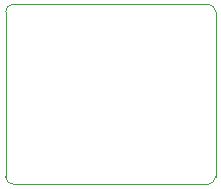
<source format=gbr>
%TF.GenerationSoftware,KiCad,Pcbnew,(6.0.2-0)*%
%TF.CreationDate,2022-05-03T11:34:54+01:00*%
%TF.ProjectId,Generic6,47656e65-7269-4633-962e-6b696361645f,1*%
%TF.SameCoordinates,Original*%
%TF.FileFunction,Profile,NP*%
%FSLAX46Y46*%
G04 Gerber Fmt 4.6, Leading zero omitted, Abs format (unit mm)*
G04 Created by KiCad (PCBNEW (6.0.2-0)) date 2022-05-03 11:34:54*
%MOMM*%
%LPD*%
G01*
G04 APERTURE LIST*
%TA.AperFunction,Profile*%
%ADD10C,0.050000*%
%TD*%
G04 APERTURE END LIST*
D10*
X109220000Y-52705000D02*
X109220000Y-38735000D01*
X108585000Y-38100000D02*
X92075000Y-38100000D01*
X108585000Y-53340000D02*
G75*
G03*
X109220000Y-52705000I1J634999D01*
G01*
X92075000Y-38100000D02*
G75*
G03*
X91440000Y-38735000I-1J-634999D01*
G01*
X109220000Y-38735000D02*
G75*
G03*
X108585000Y-38100000I-634999J1D01*
G01*
X91440000Y-52705000D02*
G75*
G03*
X92075000Y-53340000I634999J-1D01*
G01*
X91440000Y-38735000D02*
X91440000Y-52705000D01*
X92075000Y-53340000D02*
X108585000Y-53340000D01*
M02*

</source>
